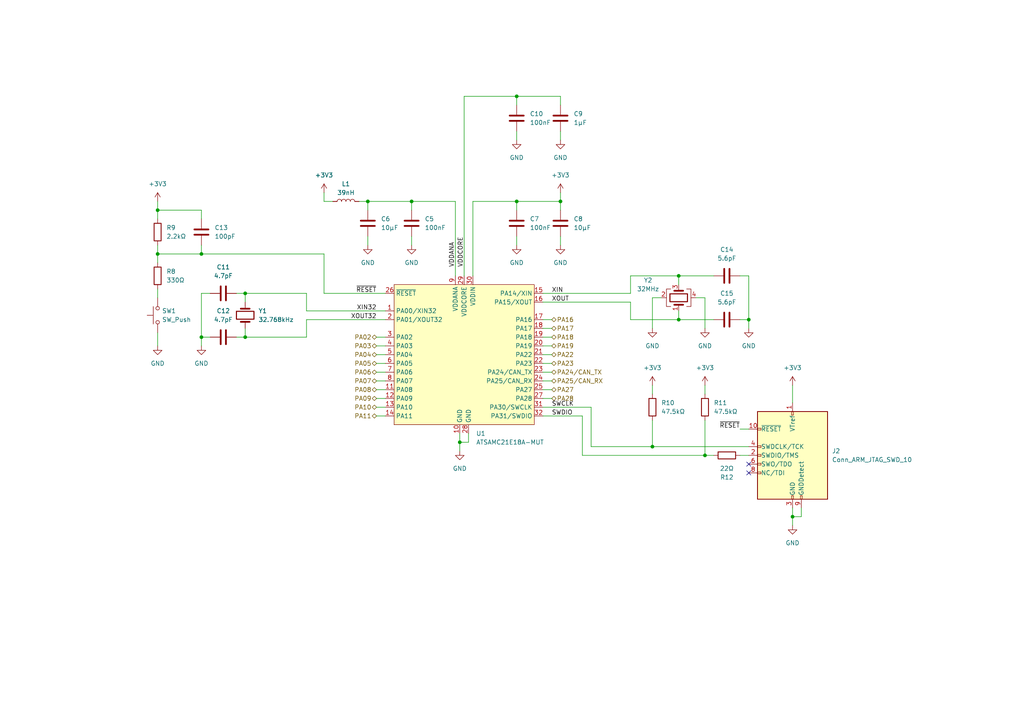
<source format=kicad_sch>
(kicad_sch (version 20230121) (generator eeschema)
  (paper "A4")
  (lib_symbols
    (symbol "Connector:Conn_ARM_JTAG_SWD_10" (pin_names (offset 1.016))
      (property "Reference" "J" (at -2.54 16.51 0))
      (property "Value" "Conn_ARM_JTAG_SWD_10" (at -2.54 13.97 0))
      (symbol "Conn_ARM_JTAG_SWD_10_0_1"
        (rectangle (start -10.16 12.7) (end 10.16 -12.7) (stroke (width 0.254)) (fill (type background)))
        (rectangle (start -2.794 -12.7) (end -2.286 -11.684))
        (rectangle (start -0.254 -12.7) (end 0.254 -11.684))
        (rectangle (start -0.254 12.7) (end 0.254 11.684))
        (rectangle (start 9.144 2.286) (end 10.16 2.794))
        (rectangle (start 10.16 -2.794) (end 9.144 -2.286))
        (rectangle (start 10.16 -0.254) (end 9.144 0.254))
        (rectangle (start 10.16 7.874) (end 9.144 7.366))
      )
      (symbol "Conn_ARM_JTAG_SWD_10_1_1"
        (rectangle (start 9.144 -5.334) (end 10.16 -4.826))
        (pin power_in line (at 0 15.24 270) (length 2.54) (name "VTref") (number "1"))
        (pin open_collector line (at 12.7 7.62 180) (length 2.54) (name "~{RESET}") (number "10"))
        (pin bidirectional line (at 12.7 0 180) (length 2.54) (name "SWDIO/TMS") (number "2"))
        (pin power_in line (at 0 -15.24 90) (length 2.54) (name "GND") (number "3"))
        (pin output line (at 12.7 2.54 180) (length 2.54) (name "SWDCLK/TCK") (number "4"))
        (pin passive line (at 0 -15.24 90) (length 2.54) hide (name "GND") (number "5"))
        (pin input line (at 12.7 -2.54 180) (length 2.54) (name "SWO/TDO") (number "6"))
        (pin no_connect line (at -10.16 0 0) (length 2.54) hide (name "KEY") (number "7"))
        (pin output line (at 12.7 -5.08 180) (length 2.54) (name "NC/TDI") (number "8"))
        (pin passive line (at -2.54 -15.24 90) (length 2.54) (name "GNDDetect") (number "9"))
      )
    )
    (symbol "Device:C" (pin_numbers hide) (pin_names (offset 0.254))
      (property "Reference" "C" (at 0.635 2.54 0))
      (property "Value" "C" (at 0.635 -2.54 0))
      (symbol "C_0_1"
        (polyline (pts (xy -2.032 -0.762) (xy 2.032 -0.762)) (stroke (width 0.508)))
        (polyline (pts (xy -2.032 0.762) (xy 2.032 0.762)) (stroke (width 0.508)))
      )
      (symbol "C_1_1"
        (pin passive line (at 0 3.81 270) (length 2.794) (name "~") (number "1"))
        (pin passive line (at 0 -3.81 90) (length 2.794) (name "~") (number "2"))
      )
    )
    (symbol "Device:Crystal" (pin_numbers hide) (pin_names (offset 1.016) hide)
      (property "Reference" "Y" (at 0 3.81 0))
      (property "Value" "Crystal" (at 0 -3.81 0))
      (symbol "Crystal_0_1"
        (rectangle (start -1.143 2.54) (end 1.143 -2.54) (stroke (width 0.3048)))
        (polyline (pts (xy -2.54 0) (xy -1.905 0)))
        (polyline (pts (xy -1.905 -1.27) (xy -1.905 1.27)) (stroke (width 0.508)))
        (polyline (pts (xy 1.905 -1.27) (xy 1.905 1.27)) (stroke (width 0.508)))
        (polyline (pts (xy 2.54 0) (xy 1.905 0)))
      )
      (symbol "Crystal_1_1"
        (pin passive line (at -3.81 0 0) (length 1.27) (name "1") (number "1"))
        (pin passive line (at 3.81 0 180) (length 1.27) (name "2") (number "2"))
      )
    )
    (symbol "Device:Crystal_GND24" (pin_names (offset 1.016) hide)
      (property "Reference" "Y" (at 3.175 5.08 0))
      (property "Value" "Crystal_GND24" (at 3.175 3.175 0))
      (symbol "Crystal_GND24_0_1"
        (rectangle (start -1.143 2.54) (end 1.143 -2.54) (stroke (width 0.3048)))
        (polyline (pts (xy -2.54 0) (xy -2.032 0)))
        (polyline (pts (xy -2.032 -1.27) (xy -2.032 1.27)) (stroke (width 0.508)))
        (polyline (pts (xy 0 -3.81) (xy 0 -3.556)))
        (polyline (pts (xy 0 3.556) (xy 0 3.81)))
        (polyline (pts (xy 2.032 -1.27) (xy 2.032 1.27)) (stroke (width 0.508)))
        (polyline (pts (xy 2.032 0) (xy 2.54 0)))
        (polyline (pts (xy -2.54 -2.286) (xy -2.54 -3.556) (xy 2.54 -3.556) (xy 2.54 -2.286)))
        (polyline (pts (xy -2.54 2.286) (xy -2.54 3.556) (xy 2.54 3.556) (xy 2.54 2.286)))
      )
      (symbol "Crystal_GND24_1_1"
        (pin passive line (at -3.81 0 0) (length 1.27) (name "1") (number "1"))
        (pin passive line (at 0 5.08 270) (length 1.27) (name "2") (number "2"))
        (pin passive line (at 3.81 0 180) (length 1.27) (name "3") (number "3"))
        (pin passive line (at 0 -5.08 90) (length 1.27) (name "4") (number "4"))
      )
    )
    (symbol "Device:L" (pin_numbers hide) (pin_names (offset 1.016) hide)
      (property "Reference" "L" (at -1.27 0 90))
      (property "Value" "L" (at 1.905 0 90))
      (symbol "L_0_1"
        (arc (start 0 -2.54) (mid 0.6323 -1.905) (end 0 -1.27))
        (arc (start 0 -1.27) (mid 0.6323 -0.635) (end 0 0))
        (arc (start 0 0) (mid 0.6323 0.635) (end 0 1.27))
        (arc (start 0 1.27) (mid 0.6323 1.905) (end 0 2.54))
      )
      (symbol "L_1_1"
        (pin passive line (at 0 3.81 270) (length 1.27) (name "1") (number "1"))
        (pin passive line (at 0 -3.81 90) (length 1.27) (name "2") (number "2"))
      )
    )
    (symbol "Device:R" (pin_numbers hide) (pin_names (offset 0))
      (property "Reference" "R" (at 2.032 0 90))
      (property "Value" "R" (at 0 0 90))
      (symbol "R_0_1"
        (rectangle (start -1.016 -2.54) (end 1.016 2.54) (stroke (width 0.254)))
      )
      (symbol "R_1_1"
        (pin passive line (at 0 3.81 270) (length 1.27) (name "~") (number "1"))
        (pin passive line (at 0 -3.81 90) (length 1.27) (name "~") (number "2"))
      )
    )
    (symbol "Switch:SW_Push" (pin_numbers hide) (pin_names (offset 1.016) hide)
      (property "Reference" "SW" (at 1.27 2.54 0))
      (property "Value" "SW_Push" (at 0 -1.524 0))
      (symbol "SW_Push_0_1"
        (circle (center -2.032 0) (radius 0.508))
        (polyline (pts (xy 0 1.27) (xy 0 3.048)))
        (polyline (pts (xy 2.54 1.27) (xy -2.54 1.27)))
        (circle (center 2.032 0) (radius 0.508))
        (pin passive line (at -5.08 0 0) (length 2.54) (name "1") (number "1"))
        (pin passive line (at 5.08 0 180) (length 2.54) (name "2") (number "2"))
      )
    )
    (symbol "power:+3V3" (power) (pin_names (offset 0))
      (property "Value" "+3V3" (at 0 3.556 0))
      (symbol "+3V3_0_1"
        (polyline (pts (xy -0.762 1.27) (xy 0 2.54)))
        (polyline (pts (xy 0 0) (xy 0 2.54)))
        (polyline (pts (xy 0 2.54) (xy 0.762 1.27)))
      )
      (symbol "+3V3_1_1"
        (pin power_in line (at 0 0 90) (length 0) hide (name "+3V3") (number "1"))
      )
    )
    (symbol "power:GND" (power) (pin_names (offset 0))
      (property "Value" "GND" (at 0 -3.81 0))
      (symbol "GND_0_1"
        (polyline (pts (xy 0 0) (xy 0 -1.27) (xy 1.27 -1.27) (xy 0 -2.54) (xy -1.27 -1.27) (xy 0 -1.27)))
      )
      (symbol "GND_1_1"
        (pin power_in line (at 0 0 270) (length 0) hide (name "GND") (number "1"))
      )
    )
    (symbol "sam-fd:ATSAMC21E"
      (property "Reference" "U" (at -19.05 21.59 0))
      (property "Value" "ATSAMC21E" (at 19.05 21.59 0))
      (symbol "ATSAMC21E_0_0"
        (pin bidirectional line (at -22.86 12.7 0) (length 2.54) (name "PA00/XIN32") (number "1"))
        (pin power_in line (at -1.27 -22.86 90) (length 2.54) (name "GND") (number "10"))
        (pin bidirectional line (at -22.86 -10.16 0) (length 2.54) (name "PA08") (number "11"))
        (pin bidirectional line (at -22.86 -12.7 0) (length 2.54) (name "PA09") (number "12"))
        (pin bidirectional line (at -22.86 -15.24 0) (length 2.54) (name "PA10") (number "13"))
        (pin bidirectional line (at -22.86 -17.78 0) (length 2.54) (name "PA11") (number "14"))
        (pin bidirectional line (at 22.86 17.78 180) (length 2.54) (name "PA14/XIN") (number "15"))
        (pin bidirectional line (at 22.86 15.24 180) (length 2.54) (name "PA15/XOUT") (number "16"))
        (pin bidirectional line (at 22.86 10.16 180) (length 2.54) (name "PA16") (number "17"))
        (pin bidirectional line (at 22.86 7.62 180) (length 2.54) (name "PA17") (number "18"))
        (pin bidirectional line (at 22.86 5.08 180) (length 2.54) (name "PA18") (number "19"))
        (pin bidirectional line (at -22.86 10.16 0) (length 2.54) (name "PA01/XOUT32") (number "2"))
        (pin bidirectional line (at 22.86 2.54 180) (length 2.54) (name "PA19") (number "20"))
        (pin bidirectional line (at 22.86 0 180) (length 2.54) (name "PA22") (number "21"))
        (pin bidirectional line (at 22.86 -2.54 180) (length 2.54) (name "PA23") (number "22"))
        (pin bidirectional line (at 22.86 -5.08 180) (length 2.54) (name "PA24/CAN_TX") (number "23"))
        (pin bidirectional line (at 22.86 -7.62 180) (length 2.54) (name "PA25/CAN_RX") (number "24"))
        (pin bidirectional line (at 22.86 -10.16 180) (length 2.54) (name "PA27") (number "25"))
        (pin input line (at -22.86 17.78 0) (length 2.54) (name "~{RESET}") (number "26"))
        (pin bidirectional line (at 22.86 -12.7 180) (length 2.54) (name "PA28") (number "27"))
        (pin power_in line (at 1.27 -22.86 90) (length 2.54) (name "GND") (number "28"))
        (pin power_in line (at 0 22.86 270) (length 2.54) (name "VDDCORE") (number "29"))
        (pin bidirectional line (at -22.86 5.08 0) (length 2.54) (name "PA02") (number "3"))
        (pin power_in line (at 2.54 22.86 270) (length 2.54) (name "VDDIN") (number "30"))
        (pin bidirectional line (at 22.86 -15.24 180) (length 2.54) (name "PA30/SWCLK") (number "31"))
        (pin bidirectional line (at 22.86 -17.78 180) (length 2.54) (name "PA31/SWDIO") (number "32"))
        (pin bidirectional line (at -22.86 2.54 0) (length 2.54) (name "PA03") (number "4"))
        (pin bidirectional line (at -22.86 0 0) (length 2.54) (name "PA04") (number "5"))
        (pin bidirectional line (at -22.86 -2.54 0) (length 2.54) (name "PA05") (number "6"))
        (pin bidirectional line (at -22.86 -5.08 0) (length 2.54) (name "PA06") (number "7"))
        (pin bidirectional line (at -22.86 -7.62 0) (length 2.54) (name "PA07") (number "8"))
        (pin power_in line (at -2.54 22.86 270) (length 2.54) (name "VDDANA") (number "9"))
      )
      (symbol "ATSAMC21E_1_1"
        (rectangle (start -20.32 20.32) (end 20.32 -20.32) (fill (type background)))
      )
    )
  )
  (junction (at 204.47 132.08))
  (junction (at 45.72 60.96))
  (junction (at 149.86 58.42))
  (junction (at 196.85 80.01))
  (junction (at 58.42 97.79))
  (junction (at 58.42 73.66))
  (junction (at 119.38 58.42))
  (junction (at 71.12 85.09))
  (junction (at 106.68 58.42))
  (junction (at 162.56 58.42))
  (junction (at 133.35 128.27))
  (junction (at 229.87 149.86))
  (junction (at 71.12 97.79))
  (junction (at 217.17 92.71))
  (junction (at 45.72 73.66))
  (junction (at 149.86 27.94))
  (junction (at 189.23 129.54))
  (junction (at 196.85 92.71))
  (no_connect (at 217.17 137.16))
  (no_connect (at 217.17 134.62))
  (wire (pts (xy 182.88 87.63) (xy 182.88 92.71)))
  (wire (pts (xy 162.56 55.88) (xy 162.56 58.42)))
  (wire (pts (xy 58.42 85.09) (xy 60.96 85.09)))
  (wire (pts (xy 196.85 80.01) (xy 207.01 80.01)))
  (wire (pts (xy 157.48 120.65) (xy 168.91 120.65)))
  (wire (pts (xy 157.48 107.95) (xy 160.02 107.95)))
  (wire (pts (xy 204.47 86.36) (xy 204.47 95.25)))
  (wire (pts (xy 196.85 92.71) (xy 207.01 92.71)))
  (wire (pts (xy 162.56 27.94) (xy 149.86 27.94)))
  (wire (pts (xy 229.87 149.86) (xy 229.87 152.4)))
  (wire (pts (xy 58.42 97.79) (xy 58.42 85.09)))
  (wire (pts (xy 168.91 120.65) (xy 168.91 132.08)))
  (wire (pts (xy 71.12 95.25) (xy 71.12 97.79)))
  (wire (pts (xy 162.56 30.48) (xy 162.56 27.94)))
  (wire (pts (xy 109.22 107.95) (xy 111.76 107.95)))
  (wire (pts (xy 162.56 38.1) (xy 162.56 40.64)))
  (wire (pts (xy 149.86 68.58) (xy 149.86 71.12)))
  (wire (pts (xy 214.63 80.01) (xy 217.17 80.01)))
  (wire (pts (xy 189.23 129.54) (xy 189.23 121.92)))
  (wire (pts (xy 149.86 38.1) (xy 149.86 40.64)))
  (wire (pts (xy 232.41 149.86) (xy 232.41 147.32)))
  (wire (pts (xy 149.86 58.42) (xy 162.56 58.42)))
  (wire (pts (xy 189.23 111.76) (xy 189.23 114.3)))
  (wire (pts (xy 119.38 68.58) (xy 119.38 71.12)))
  (wire (pts (xy 45.72 60.96) (xy 58.42 60.96)))
  (wire (pts (xy 133.35 128.27) (xy 133.35 130.81)))
  (wire (pts (xy 149.86 58.42) (xy 137.16 58.42)))
  (wire (pts (xy 109.22 97.79) (xy 111.76 97.79)))
  (wire (pts (xy 109.22 113.03) (xy 111.76 113.03)))
  (wire (pts (xy 45.72 63.5) (xy 45.72 60.96)))
  (wire (pts (xy 229.87 149.86) (xy 232.41 149.86)))
  (wire (pts (xy 71.12 85.09) (xy 88.9 85.09)))
  (wire (pts (xy 137.16 58.42) (xy 137.16 80.01)))
  (wire (pts (xy 45.72 83.82) (xy 45.72 86.36)))
  (wire (pts (xy 204.47 111.76) (xy 204.47 114.3)))
  (wire (pts (xy 217.17 92.71) (xy 217.17 95.25)))
  (wire (pts (xy 214.63 124.46) (xy 217.17 124.46)))
  (wire (pts (xy 196.85 80.01) (xy 182.88 80.01)))
  (wire (pts (xy 109.22 120.65) (xy 111.76 120.65)))
  (wire (pts (xy 157.48 95.25) (xy 160.02 95.25)))
  (wire (pts (xy 157.48 113.03) (xy 160.02 113.03)))
  (wire (pts (xy 132.08 58.42) (xy 132.08 80.01)))
  (wire (pts (xy 88.9 90.17) (xy 111.76 90.17)))
  (wire (pts (xy 196.85 90.17) (xy 196.85 92.71)))
  (wire (pts (xy 157.48 92.71) (xy 160.02 92.71)))
  (wire (pts (xy 45.72 58.42) (xy 45.72 60.96)))
  (wire (pts (xy 217.17 80.01) (xy 217.17 92.71)))
  (wire (pts (xy 88.9 85.09) (xy 88.9 90.17)))
  (wire (pts (xy 157.48 102.87) (xy 160.02 102.87)))
  (wire (pts (xy 157.48 105.41) (xy 160.02 105.41)))
  (wire (pts (xy 58.42 60.96) (xy 58.42 63.5)))
  (wire (pts (xy 182.88 92.71) (xy 196.85 92.71)))
  (wire (pts (xy 60.96 97.79) (xy 58.42 97.79)))
  (wire (pts (xy 45.72 71.12) (xy 45.72 73.66)))
  (wire (pts (xy 162.56 58.42) (xy 162.56 60.96)))
  (wire (pts (xy 201.93 86.36) (xy 204.47 86.36)))
  (wire (pts (xy 88.9 92.71) (xy 88.9 97.79)))
  (wire (pts (xy 168.91 132.08) (xy 204.47 132.08)))
  (wire (pts (xy 135.89 125.73) (xy 135.89 128.27)))
  (wire (pts (xy 106.68 68.58) (xy 106.68 71.12)))
  (wire (pts (xy 109.22 102.87) (xy 111.76 102.87)))
  (wire (pts (xy 119.38 58.42) (xy 132.08 58.42)))
  (wire (pts (xy 58.42 97.79) (xy 58.42 100.33)))
  (wire (pts (xy 109.22 118.11) (xy 111.76 118.11)))
  (wire (pts (xy 157.48 85.09) (xy 182.88 85.09)))
  (wire (pts (xy 134.62 27.94) (xy 149.86 27.94)))
  (wire (pts (xy 157.48 97.79) (xy 160.02 97.79)))
  (wire (pts (xy 189.23 86.36) (xy 189.23 95.25)))
  (wire (pts (xy 58.42 73.66) (xy 93.98 73.66)))
  (wire (pts (xy 229.87 147.32) (xy 229.87 149.86)))
  (wire (pts (xy 68.58 85.09) (xy 71.12 85.09)))
  (wire (pts (xy 162.56 68.58) (xy 162.56 71.12)))
  (wire (pts (xy 58.42 71.12) (xy 58.42 73.66)))
  (wire (pts (xy 134.62 27.94) (xy 134.62 80.01)))
  (wire (pts (xy 157.48 100.33) (xy 160.02 100.33)))
  (wire (pts (xy 119.38 58.42) (xy 106.68 58.42)))
  (wire (pts (xy 71.12 85.09) (xy 71.12 87.63)))
  (wire (pts (xy 189.23 86.36) (xy 191.77 86.36)))
  (wire (pts (xy 133.35 128.27) (xy 135.89 128.27)))
  (wire (pts (xy 171.45 129.54) (xy 171.45 118.11)))
  (wire (pts (xy 45.72 73.66) (xy 58.42 73.66)))
  (wire (pts (xy 109.22 100.33) (xy 111.76 100.33)))
  (wire (pts (xy 45.72 73.66) (xy 45.72 76.2)))
  (wire (pts (xy 214.63 132.08) (xy 217.17 132.08)))
  (wire (pts (xy 109.22 115.57) (xy 111.76 115.57)))
  (wire (pts (xy 93.98 85.09) (xy 111.76 85.09)))
  (wire (pts (xy 229.87 111.76) (xy 229.87 116.84)))
  (wire (pts (xy 45.72 96.52) (xy 45.72 100.33)))
  (wire (pts (xy 106.68 58.42) (xy 106.68 60.96)))
  (wire (pts (xy 88.9 97.79) (xy 71.12 97.79)))
  (wire (pts (xy 109.22 110.49) (xy 111.76 110.49)))
  (wire (pts (xy 149.86 60.96) (xy 149.86 58.42)))
  (wire (pts (xy 182.88 80.01) (xy 182.88 85.09)))
  (wire (pts (xy 133.35 125.73) (xy 133.35 128.27)))
  (wire (pts (xy 157.48 110.49) (xy 160.02 110.49)))
  (wire (pts (xy 93.98 55.88) (xy 93.98 58.42)))
  (wire (pts (xy 71.12 97.79) (xy 68.58 97.79)))
  (wire (pts (xy 204.47 132.08) (xy 207.01 132.08)))
  (wire (pts (xy 93.98 73.66) (xy 93.98 85.09)))
  (wire (pts (xy 149.86 27.94) (xy 149.86 30.48)))
  (wire (pts (xy 171.45 118.11) (xy 157.48 118.11)))
  (wire (pts (xy 109.22 105.41) (xy 111.76 105.41)))
  (wire (pts (xy 204.47 121.92) (xy 204.47 132.08)))
  (wire (pts (xy 157.48 87.63) (xy 182.88 87.63)))
  (wire (pts (xy 119.38 60.96) (xy 119.38 58.42)))
  (wire (pts (xy 217.17 92.71) (xy 214.63 92.71)))
  (wire (pts (xy 189.23 129.54) (xy 171.45 129.54)))
  (wire (pts (xy 104.14 58.42) (xy 106.68 58.42)))
  (wire (pts (xy 157.48 115.57) (xy 160.02 115.57)))
  (wire (pts (xy 96.52 58.42) (xy 93.98 58.42)))
  (wire (pts (xy 88.9 92.71) (xy 111.76 92.71)))
  (wire (pts (xy 217.17 129.54) (xy 189.23 129.54)))
  (wire (pts (xy 196.85 82.55) (xy 196.85 80.01)))
  (label "VDDANA" (at 132.08 77.47 90))
  (label "XIN32" (at 109.22 90.17 180))
  (label "VDDCORE" (at 134.62 77.47 90))
  (label "~{RESET}" (at 214.63 124.46 180))
  (label "XIN" (at 160.02 85.09 0))
  (label "SWDIO" (at 160.02 120.65 0))
  (label "XOUT" (at 160.02 87.63 0))
  (label "SWCLK" (at 160.02 118.11 0))
  (label "~{RESET}" (at 109.22 85.09 180))
  (label "XOUT32" (at 109.22 92.71 180))
  (hierarchical_label "PA25{slash}CAN_RX" (shape bidirectional) (at 160.02 110.49 0))
  (hierarchical_label "PA07" (shape bidirectional) (at 109.22 110.49 180))
  (hierarchical_label "PA02" (shape bidirectional) (at 109.22 97.79 180))
  (hierarchical_label "PA04" (shape bidirectional) (at 109.22 102.87 180))
  (hierarchical_label "PA16" (shape bidirectional) (at 160.02 92.71 0))
  (hierarchical_label "PA05" (shape bidirectional) (at 109.22 105.41 180))
  (hierarchical_label "PA19" (shape bidirectional) (at 160.02 100.33 0))
  (hierarchical_label "PA09" (shape bidirectional) (at 109.22 115.57 180))
  (hierarchical_label "PA03" (shape bidirectional) (at 109.22 100.33 180))
  (hierarchical_label "PA23" (shape bidirectional) (at 160.02 105.41 0))
  (hierarchical_label "PA17" (shape bidirectional) (at 160.02 95.25 0))
  (hierarchical_label "PA22" (shape bidirectional) (at 160.02 102.87 0))
  (hierarchical_label "PA08" (shape bidirectional) (at 109.22 113.03 180))
  (hierarchical_label "PA06" (shape bidirectional) (at 109.22 107.95 180))
  (hierarchical_label "PA24{slash}CAN_TX" (shape bidirectional) (at 160.02 107.95 0))
  (hierarchical_label "PA10" (shape bidirectional) (at 109.22 118.11 180))
  (hierarchical_label "PA28" (shape bidirectional) (at 160.02 115.57 0))
  (hierarchical_label "PA11" (shape bidirectional) (at 109.22 120.65 180))
  (hierarchical_label "PA27" (shape bidirectional) (at 160.02 113.03 0))
  (hierarchical_label "PA18" (shape bidirectional) (at 160.02 97.79 0))
  (symbol (lib_id "Device:L") (at 100.33 58.42 90) (unit 1)
    (property "Reference" "L1" (at 100.33 53.34 90))
    (property "Value" "39nH" (at 100.33 55.88 90))
  )
  (symbol (lib_id "power:GND") (at 229.87 152.4 0) (unit 1)
    (property "Reference" "#PWR035" (effects hide))
    (property "Value" "GND" (at 229.87 157.48 0))
  )
  (symbol (lib_id "power:+3V3") (at 162.56 55.88 0) (unit 1)
    (property "Reference" "#PWR021" (effects hide))
    (property "Value" "+3V3" (at 162.56 50.8 0))
  )
  (symbol (lib_id "Device:C") (at 210.82 92.71 90) (unit 1)
    (property "Reference" "C15" (at 210.82 85.09 90))
    (property "Value" "5.6pF" (at 210.82 87.63 90))
  )
  (symbol (lib_id "Device:C") (at 162.56 34.29 0) (unit 1)
    (property "Reference" "C9" (at 166.37 33.02 0) (effects (justify left)))
    (property "Value" "1µF" (at 166.37 35.56 0) (effects (justify left)))
  )
  (symbol (lib_id "power:GND") (at 45.72 100.33 0) (unit 1)
    (property "Reference" "#PWR028" (effects hide))
    (property "Value" "GND" (at 45.72 105.41 0))
  )
  (symbol (lib_id "Connector:Conn_ARM_JTAG_SWD_10") (at 229.87 132.08 0) (mirror y) (unit 1)
    (property "Reference" "J2" (at 241.3 130.81 0) (effects (justify right)))
    (property "Value" "Conn_ARM_JTAG_SWD_10" (at 241.3 133.35 0) (effects (justify right)))
    (property "Datasheet" "http://infocenter.arm.com/help/topic/com.arm.doc.ddi0314h/DDI0314H_coresight_components_trm.pdf" (effects hide))
  )
  (symbol (lib_id "Device:Crystal_GND24") (at 196.85 86.36 90) (unit 1)
    (property "Reference" "Y2" (at 187.96 81.28 90))
    (property "Value" "32MHz" (at 187.96 83.82 90))
  )
  (symbol (lib_id "Device:C") (at 162.56 64.77 0) (unit 1)
    (property "Reference" "C8" (at 166.37 63.5 0) (effects (justify left)))
    (property "Value" "10µF" (at 166.37 66.04 0) (effects (justify left)))
  )
  (symbol (lib_id "power:GND") (at 106.68 71.12 0) (unit 1)
    (property "Reference" "#PWR018" (effects hide))
    (property "Value" "GND" (at 106.68 76.2 0))
  )
  (symbol (lib_id "power:GND") (at 149.86 71.12 0) (unit 1)
    (property "Reference" "#PWR022" (effects hide))
    (property "Value" "GND" (at 149.86 76.2 0))
  )
  (symbol (lib_id "power:GND") (at 133.35 130.81 0) (unit 1)
    (property "Reference" "#PWR026" (effects hide))
    (property "Value" "GND" (at 133.35 135.89 0))
  )
  (symbol (lib_id "Device:C") (at 149.86 64.77 0) (unit 1)
    (property "Reference" "C7" (at 153.67 63.5 0) (effects (justify left)))
    (property "Value" "100nF" (at 153.67 66.04 0) (effects (justify left)))
  )
  (symbol (lib_id "Device:R") (at 210.82 132.08 90) (mirror x) (unit 1)
    (property "Reference" "R12" (at 210.82 138.43 90))
    (property "Value" "22Ω" (at 210.82 135.89 90))
  )
  (symbol (lib_id "power:GND") (at 189.23 95.25 0) (unit 1)
    (property "Reference" "#PWR030" (effects hide))
    (property "Value" "GND" (at 189.23 100.33 0))
  )
  (symbol (lib_id "power:GND") (at 162.56 40.64 0) (unit 1)
    (property "Reference" "#PWR024" (effects hide))
    (property "Value" "GND" (at 162.56 45.72 0))
  )
  (symbol (lib_id "Switch:SW_Push") (at 45.72 91.44 90) (unit 1)
    (property "Reference" "SW1" (at 46.99 90.17 90) (effects (justify right)))
    (property "Value" "SW_Push" (at 46.99 92.71 90) (effects (justify right)))
  )
  (symbol (lib_id "Device:R") (at 45.72 67.31 0) (unit 1)
    (property "Reference" "R9" (at 48.26 66.04 0) (effects (justify left)))
    (property "Value" "2.2kΩ" (at 48.26 68.58 0) (effects (justify left)))
  )
  (symbol (lib_id "power:+3V3") (at 45.72 58.42 0) (unit 1)
    (property "Reference" "#PWR029" (effects hide))
    (property "Value" "+3V3" (at 45.72 53.34 0))
  )
  (symbol (lib_id "Device:C") (at 210.82 80.01 90) (unit 1)
    (property "Reference" "C14" (at 210.82 72.39 90))
    (property "Value" "5.6pF" (at 210.82 74.93 90))
  )
  (symbol (lib_id "Device:C") (at 106.68 64.77 0) (unit 1)
    (property "Reference" "C6" (at 110.49 63.5 0) (effects (justify left)))
    (property "Value" "10µF" (at 110.49 66.04 0) (effects (justify left)))
  )
  (symbol (lib_id "Device:C") (at 149.86 34.29 0) (unit 1)
    (property "Reference" "C10" (at 153.67 33.02 0) (effects (justify left)))
    (property "Value" "100nF" (at 153.67 35.56 0) (effects (justify left)))
  )
  (symbol (lib_id "Device:C") (at 119.38 64.77 0) (unit 1)
    (property "Reference" "C5" (at 123.19 63.5 0) (effects (justify left)))
    (property "Value" "100nF" (at 123.19 66.04 0) (effects (justify left)))
  )
  (symbol (lib_id "power:GND") (at 149.86 40.64 0) (unit 1)
    (property "Reference" "#PWR025" (effects hide))
    (property "Value" "GND" (at 149.86 45.72 0))
  )
  (symbol (lib_id "Device:C") (at 58.42 67.31 0) (unit 1)
    (property "Reference" "C13" (at 62.23 66.04 0) (effects (justify left)))
    (property "Value" "100pF" (at 62.23 68.58 0) (effects (justify left)))
  )
  (symbol (lib_id "Device:Crystal") (at 71.12 91.44 90) (unit 1)
    (property "Reference" "Y1" (at 74.93 90.17 90) (effects (justify right)))
    (property "Value" "32.768kHz" (at 74.93 92.71 90) (effects (justify right)))
  )
  (symbol (lib_id "power:GND") (at 119.38 71.12 0) (unit 1)
    (property "Reference" "#PWR019" (effects hide))
    (property "Value" "GND" (at 119.38 76.2 0))
  )
  (symbol (lib_id "Device:C") (at 64.77 97.79 90) (unit 1)
    (property "Reference" "C12" (at 64.77 90.17 90))
    (property "Value" "4.7pF" (at 64.77 92.71 90))
  )
  (symbol (lib_id "Device:R") (at 204.47 118.11 0) (unit 1)
    (property "Reference" "R11" (at 207.01 116.84 0) (effects (justify left)))
    (property "Value" "47.5kΩ" (at 207.01 119.38 0) (effects (justify left)))
  )
  (symbol (lib_id "sam-fd:ATSAMC21E") (at 134.62 102.87 0) (unit 1)
    (property "Reference" "U1" (at 138.0841 125.73 0) (effects (justify left)))
    (property "Value" "ATSAMC21E18A-MUT" (at 138.0841 128.27 0) (effects (justify left)))
    (property "Datasheet" "./datasheets/SAM_C20_C21_Family_Data_Sheet_DS60001479J-2902525.pdf" (effects hide))
    (property "Mouser No" "556-ATSAMC21E18A-MUT" (effects hide))
    (property "Mfr. No" "ATSAMC21E18A-MUT" (effects hide))
    (property "Mfr." "Microchip Technology" (effects hide))
  )
  (symbol (lib_id "power:+3V3") (at 93.98 55.88 0) (unit 1)
    (property "Reference" "#PWR020" (effects hide))
    (property "Value" "+3V3" (at 93.98 50.8 0))
  )
  (symbol (lib_id "power:GND") (at 162.56 71.12 0) (unit 1)
    (property "Reference" "#PWR023" (effects hide))
    (property "Value" "GND" (at 162.56 76.2 0))
  )
  (symbol (lib_id "Device:C") (at 64.77 85.09 90) (unit 1)
    (property "Reference" "C11" (at 64.77 77.47 90))
    (property "Value" "4.7pF" (at 64.77 80.01 90))
  )
  (symbol (lib_id "power:+3V3") (at 189.23 111.76 0) (unit 1)
    (property "Reference" "#PWR033" (effects hide))
    (property "Value" "+3V3" (at 189.23 106.68 0))
  )
  (symbol (lib_id "power:+3V3") (at 229.87 111.76 0) (unit 1)
    (property "Reference" "#PWR036" (effects hide))
    (property "Value" "+3V3" (at 229.87 106.68 0))
  )
  (symbol (lib_id "power:+3V3") (at 204.47 111.76 0) (unit 1)
    (property "Reference" "#PWR034" (effects hide))
    (property "Value" "+3V3" (at 204.47 106.68 0))
  )
  (symbol (lib_id "Device:R") (at 189.23 118.11 0) (unit 1)
    (property "Reference" "R10" (at 191.77 116.84 0) (effects (justify left)))
    (property "Value" "47.5kΩ" (at 191.77 119.38 0) (effects (justify left)))
  )
  (symbol (lib_id "power:GND") (at 217.17 95.25 0) (unit 1)
    (property "Reference" "#PWR032" (effects hide))
    (property "Value" "GND" (at 217.17 100.33 0))
  )
  (symbol (lib_id "power:GND") (at 58.42 100.33 0) (unit 1)
    (property "Reference" "#PWR027" (effects hide))
    (property "Value" "GND" (at 58.42 105.41 0))
  )
  (symbol (lib_id "power:GND") (at 204.47 95.25 0) (unit 1)
    (property "Reference" "#PWR031" (effects hide))
    (property "Value" "GND" (at 204.47 100.33 0))
  )
  (symbol (lib_id "Device:R") (at 45.72 80.01 0) (unit 1)
    (property "Reference" "R8" (at 48.26 78.74 0) (effects (justify left)))
    (property "Value" "330Ω" (at 48.26 81.28 0) (effects (justify left)))
  )
)
</source>
